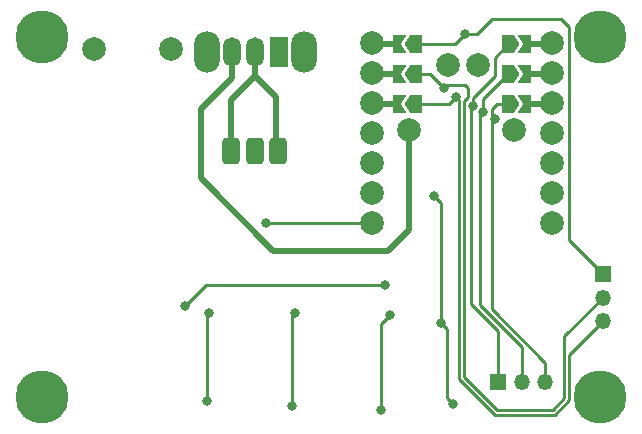
<source format=gbr>
%TF.GenerationSoftware,KiCad,Pcbnew,7.0.2*%
%TF.CreationDate,2024-09-11T13:33:12+02:00*%
%TF.ProjectId,mcu_holder,6d63755f-686f-46c6-9465-722e6b696361,rev?*%
%TF.SameCoordinates,Original*%
%TF.FileFunction,Copper,L2,Bot*%
%TF.FilePolarity,Positive*%
%FSLAX46Y46*%
G04 Gerber Fmt 4.6, Leading zero omitted, Abs format (unit mm)*
G04 Created by KiCad (PCBNEW 7.0.2) date 2024-09-11 13:33:12*
%MOMM*%
%LPD*%
G01*
G04 APERTURE LIST*
G04 Aperture macros list*
%AMRoundRect*
0 Rectangle with rounded corners*
0 $1 Rounding radius*
0 $2 $3 $4 $5 $6 $7 $8 $9 X,Y pos of 4 corners*
0 Add a 4 corners polygon primitive as box body*
4,1,4,$2,$3,$4,$5,$6,$7,$8,$9,$2,$3,0*
0 Add four circle primitives for the rounded corners*
1,1,$1+$1,$2,$3*
1,1,$1+$1,$4,$5*
1,1,$1+$1,$6,$7*
1,1,$1+$1,$8,$9*
0 Add four rect primitives between the rounded corners*
20,1,$1+$1,$2,$3,$4,$5,0*
20,1,$1+$1,$4,$5,$6,$7,0*
20,1,$1+$1,$6,$7,$8,$9,0*
20,1,$1+$1,$8,$9,$2,$3,0*%
%AMFreePoly0*
4,1,6,0.500000,-0.750000,-0.650000,-0.750000,-0.150000,0.000000,-0.650000,0.750000,0.500000,0.750000,0.500000,-0.750000,0.500000,-0.750000,$1*%
%AMFreePoly1*
4,1,6,0.150000,0.000000,0.650000,-0.750000,-0.500000,-0.750000,-0.500000,0.750000,0.650000,0.750000,0.150000,0.000000,0.150000,0.000000,$1*%
%AMFreePoly2*
4,1,6,0.500000,-0.750000,-0.500000,-0.750000,-1.000000,0.000000,-0.500000,0.750000,0.500000,0.750000,0.500000,-0.750000,0.500000,-0.750000,$1*%
%AMFreePoly3*
4,1,6,1.000000,0.000000,0.500000,-0.750000,-0.500000,-0.750000,-0.500000,0.750000,0.500000,0.750000,1.000000,0.000000,1.000000,0.000000,$1*%
G04 Aperture macros list end*
%TA.AperFunction,ComponentPad*%
%ADD10C,4.500000*%
%TD*%
%TA.AperFunction,ComponentPad*%
%ADD11R,1.350000X1.350000*%
%TD*%
%TA.AperFunction,ComponentPad*%
%ADD12O,1.350000X1.350000*%
%TD*%
%TA.AperFunction,ComponentPad*%
%ADD13O,2.200000X3.500000*%
%TD*%
%TA.AperFunction,ComponentPad*%
%ADD14R,1.500000X2.500000*%
%TD*%
%TA.AperFunction,ComponentPad*%
%ADD15O,1.500000X2.500000*%
%TD*%
%TA.AperFunction,ComponentPad*%
%ADD16C,2.000000*%
%TD*%
%TA.AperFunction,ComponentPad*%
%ADD17RoundRect,0.375000X-0.375000X-0.750000X0.375000X-0.750000X0.375000X0.750000X-0.375000X0.750000X0*%
%TD*%
%TA.AperFunction,SMDPad,CuDef*%
%ADD18R,1.524000X0.500000*%
%TD*%
%TA.AperFunction,SMDPad,CuDef*%
%ADD19FreePoly0,180.000000*%
%TD*%
%TA.AperFunction,SMDPad,CuDef*%
%ADD20FreePoly1,180.000000*%
%TD*%
%TA.AperFunction,SMDPad,CuDef*%
%ADD21FreePoly2,180.000000*%
%TD*%
%TA.AperFunction,SMDPad,CuDef*%
%ADD22FreePoly3,180.000000*%
%TD*%
%TA.AperFunction,ViaPad*%
%ADD23C,0.800000*%
%TD*%
%TA.AperFunction,Conductor*%
%ADD24C,0.250000*%
%TD*%
%TA.AperFunction,Conductor*%
%ADD25C,0.500000*%
%TD*%
G04 APERTURE END LIST*
D10*
%TO.P,H4,1*%
%TO.N,N/C*%
X141732000Y-68580000D03*
%TD*%
%TO.P,H3,1*%
%TO.N,N/C*%
X94488000Y-38100000D03*
%TD*%
D11*
%TO.P,J10,1,Pin_1*%
%TO.N,+5V*%
X141986000Y-58166000D03*
D12*
%TO.P,J10,2,Pin_2*%
%TO.N,GND*%
X141986000Y-60166000D03*
%TO.P,J10,3,Pin_3*%
%TO.N,+3V3*%
X141986000Y-62166000D03*
%TD*%
D13*
%TO.P,SW17,*%
%TO.N,*%
X116654000Y-39370000D03*
X108454000Y-39370000D03*
D14*
%TO.P,SW17,1,A*%
%TO.N,unconnected-(SW17-A-Pad1)*%
X114554000Y-39370000D03*
D15*
%TO.P,SW17,2,B*%
%TO.N,BAT+*%
X112554000Y-39370000D03*
%TO.P,SW17,3,C*%
%TO.N,Pogo_BAT+*%
X110554000Y-39370000D03*
%TD*%
D11*
%TO.P,J6,1,Pin_1*%
%TO.N,D0*%
X133128000Y-67310000D03*
D12*
%TO.P,J6,2,Pin_2*%
%TO.N,D1*%
X135128000Y-67310000D03*
%TO.P,J6,3,Pin_3*%
%TO.N,D2*%
X137128000Y-67310000D03*
%TD*%
D16*
%TO.P,SW16,1,1*%
%TO.N,RST*%
X105410000Y-39116000D03*
%TO.P,SW16,2,2*%
%TO.N,GND*%
X98910000Y-39116000D03*
%TD*%
D17*
%TO.P,J7,1,Pin_1*%
%TO.N,BAT+*%
X114522000Y-47752000D03*
%TO.P,J7,2,Pin_2*%
%TO.N,GND*%
X112522000Y-47752000D03*
%TO.P,J7,3,Pin_3*%
%TO.N,BAT+*%
X110522000Y-47752000D03*
%TD*%
D10*
%TO.P,H1,1*%
%TO.N,N/C*%
X94488000Y-68580000D03*
%TD*%
D16*
%TO.P,U1,*%
%TO.N,*%
X122428000Y-38606910D03*
X122428000Y-41142364D03*
X122428000Y-43678377D03*
D18*
X123808000Y-38676910D03*
X123808000Y-41216910D03*
X123808000Y-43756910D03*
D19*
X124733000Y-38676910D03*
X124733000Y-41216910D03*
X124733000Y-43756910D03*
D20*
X135408000Y-38716910D03*
X135408000Y-41256910D03*
X135408000Y-43796910D03*
D18*
X136358000Y-38716910D03*
X136358000Y-41256910D03*
X136358000Y-43796910D03*
D16*
X137668000Y-38609090D03*
X137668000Y-41149090D03*
X137668000Y-43689090D03*
D21*
%TO.P,U1,1,PA02_A0_D0*%
%TO.N,D0*%
X133958000Y-38716910D03*
%TO.P,U1,2,PA4_A1_D1*%
%TO.N,D1*%
X133958000Y-41256910D03*
%TO.P,U1,3,PA10_A2_D2*%
%TO.N,D2*%
X133958000Y-43796910D03*
D16*
%TO.P,U1,4,PA11_A3_D3*%
%TO.N,col3*%
X122428000Y-46226910D03*
%TO.P,U1,5,PA8_A4_D4_SDA*%
%TO.N,col2*%
X122428000Y-48765032D03*
%TO.P,U1,6,PA9_A5_D5_SCL*%
%TO.N,col1*%
X122428000Y-51304474D03*
%TO.P,U1,7,PB08_A6_D6_TX*%
%TO.N,col0*%
X122428000Y-53839229D03*
%TO.P,U1,8,PB09_A7_D7_RX*%
%TO.N,row_2*%
X137668000Y-53849090D03*
%TO.P,U1,9,PA7_A8_D8_SCK*%
%TO.N,row_1*%
X137668000Y-51309090D03*
%TO.P,U1,10,PA5_A9_D9_MISO*%
%TO.N,row_0*%
X137668000Y-48769090D03*
%TO.P,U1,11,PA6_A10_D10_MOSI*%
%TO.N,col4*%
X137668000Y-46229090D03*
D22*
%TO.P,U1,12,3V3*%
%TO.N,+3V3*%
X126183000Y-43756910D03*
%TO.P,U1,13,GND*%
%TO.N,GND*%
X126183000Y-41216910D03*
%TO.P,U1,14,5V*%
%TO.N,+5V*%
X126183000Y-38676910D03*
D16*
%TO.P,U1,15,RESET*%
%TO.N,RST*%
X128856803Y-40462723D03*
X131396803Y-40462723D03*
%TO.P,U1,16,BAT+*%
%TO.N,Pogo_BAT+*%
X125598000Y-45926910D03*
X134498000Y-45926910D03*
%TD*%
D10*
%TO.P,H2,1*%
%TO.N,N/C*%
X141732000Y-38100000D03*
%TD*%
D23*
%TO.N,col2*%
X124000000Y-61625000D03*
X123200000Y-69700000D03*
%TO.N,col3*%
X115950000Y-61500000D03*
X115625000Y-69325000D03*
%TO.N,col4*%
X108625000Y-61500000D03*
X108500000Y-68875000D03*
X106625000Y-60900000D03*
X123550000Y-59100000D03*
%TO.N,col0*%
X113425000Y-53825000D03*
%TO.N,col1*%
X127675000Y-51550000D03*
X129325000Y-69175000D03*
X128300000Y-62325500D03*
%TO.N,D0*%
X131025992Y-43904500D03*
%TO.N,D1*%
X131863500Y-44450011D03*
%TO.N,D2*%
X132842000Y-45052498D03*
%TO.N,GND*%
X128547204Y-42394796D03*
%TO.N,+5V*%
X130302000Y-37846000D03*
%TO.N,+3V3*%
X129540000Y-43180000D03*
%TD*%
D24*
%TO.N,col2*%
X123200000Y-62425000D02*
X124000000Y-61625000D01*
X123200000Y-69700000D02*
X123200000Y-62425000D01*
%TO.N,col3*%
X115625000Y-61825000D02*
X115950000Y-61500000D01*
X115625000Y-69325000D02*
X115625000Y-61825000D01*
%TO.N,col4*%
X108725000Y-61500000D02*
X108625000Y-61600000D01*
X108625000Y-61500000D02*
X108725000Y-61500000D01*
X108625000Y-61600000D02*
X108625000Y-61500000D01*
X108500000Y-61725000D02*
X108625000Y-61600000D01*
X108500000Y-68875000D02*
X108500000Y-61725000D01*
X108425000Y-59100000D02*
X106625000Y-60900000D01*
X123550000Y-59100000D02*
X108425000Y-59100000D01*
%TO.N,col0*%
X113439229Y-53839229D02*
X113425000Y-53825000D01*
X122428000Y-53839229D02*
X113439229Y-53839229D01*
%TO.N,col1*%
X128300000Y-52175000D02*
X127675000Y-51550000D01*
X128300000Y-62325500D02*
X128300000Y-52175000D01*
%TO.N,D0*%
X133128000Y-62950792D02*
X133128000Y-67310000D01*
X130847489Y-44083003D02*
X130847489Y-60670281D01*
X130847489Y-60670281D02*
X133128000Y-62950792D01*
X131025992Y-43904500D02*
X130847489Y-44083003D01*
%TO.N,D1*%
X131572000Y-60758396D02*
X135128000Y-64314396D01*
X131572000Y-44741511D02*
X131572000Y-60758396D01*
X131863500Y-44450011D02*
X131572000Y-44741511D01*
X135128000Y-64314396D02*
X135128000Y-67310000D01*
%TO.N,D2*%
X137128000Y-65678000D02*
X137128000Y-67310000D01*
X132842000Y-45052498D02*
X132588000Y-45306498D01*
X132588000Y-45306498D02*
X132588000Y-61138000D01*
X132588000Y-61138000D02*
X137128000Y-65678000D01*
%TO.N,col1*%
X128775000Y-68625000D02*
X129325000Y-69175000D01*
X128775000Y-62800500D02*
X128775000Y-68625000D01*
X128300000Y-62325500D02*
X128775000Y-62800500D01*
%TO.N,D0*%
X132842000Y-41402000D02*
X132842000Y-39832910D01*
X131025992Y-43218008D02*
X132842000Y-41402000D01*
X131025992Y-43904500D02*
X131025992Y-43218008D01*
X132842000Y-39832910D02*
X133958000Y-38716910D01*
%TO.N,D1*%
X131863500Y-43351410D02*
X133958000Y-41256910D01*
X131863500Y-44450011D02*
X131863500Y-43351410D01*
%TO.N,D2*%
X132588000Y-44196000D02*
X132987090Y-43796910D01*
X132987090Y-43796910D02*
X133958000Y-43796910D01*
X132842000Y-45052498D02*
X132588000Y-44798498D01*
X132588000Y-44798498D02*
X132588000Y-44196000D01*
D25*
%TO.N,BAT+*%
X112554000Y-41434000D02*
X110522000Y-43466000D01*
X112554000Y-39370000D02*
X112554000Y-41434000D01*
X110522000Y-43466000D02*
X110522000Y-47752000D01*
X114300000Y-43180000D02*
X114300000Y-47530000D01*
X114300000Y-47530000D02*
X114522000Y-47752000D01*
X112554000Y-41434000D02*
X114300000Y-43180000D01*
D24*
%TO.N,GND*%
X133028198Y-69654480D02*
X137735802Y-69654480D01*
X128547204Y-42394796D02*
X127369318Y-41216910D01*
X130243520Y-43501094D02*
X130243520Y-66869802D01*
X130556000Y-42418000D02*
X130556000Y-43188614D01*
X127369318Y-41216910D02*
X126183000Y-41216910D01*
X128778000Y-42164000D02*
X130302000Y-42164000D01*
X137735802Y-69654480D02*
X138707969Y-68682313D01*
X138707969Y-63444031D02*
X141986000Y-60166000D01*
X138707969Y-68682313D02*
X138707969Y-63444031D01*
X130302000Y-42164000D02*
X130556000Y-42418000D01*
X130556000Y-43188614D02*
X130243520Y-43501094D01*
X130243520Y-66869802D02*
X133028198Y-69654480D01*
X128547204Y-42394796D02*
X128778000Y-42164000D01*
%TO.N,+5V*%
X132588000Y-36576000D02*
X138430000Y-36576000D01*
X131318000Y-37846000D02*
X132588000Y-36576000D01*
X130302000Y-37846000D02*
X129471090Y-38676910D01*
X129471090Y-38676910D02*
X126183000Y-38676910D01*
X130302000Y-37846000D02*
X131318000Y-37846000D01*
X139100000Y-55280000D02*
X141986000Y-58166000D01*
X139100000Y-37246000D02*
X139100000Y-55280000D01*
X138430000Y-36576000D02*
X139100000Y-37246000D01*
%TO.N,+3V3*%
X129540000Y-43180000D02*
X129794000Y-43434000D01*
X129794000Y-43434000D02*
X129794000Y-67056000D01*
X129794000Y-67056000D02*
X132842000Y-70104000D01*
X128963090Y-43756910D02*
X126183000Y-43756910D01*
X132842000Y-70104000D02*
X137922000Y-70104000D01*
X139157489Y-64994511D02*
X141986000Y-62166000D01*
X129540000Y-43180000D02*
X128963090Y-43756910D01*
X139157489Y-68868511D02*
X139157489Y-64994511D01*
X137922000Y-70104000D02*
X139157489Y-68868511D01*
D25*
%TO.N,Pogo_BAT+*%
X110554000Y-41546000D02*
X110554000Y-39370000D01*
X125598000Y-54402000D02*
X123800000Y-56200000D01*
X114100000Y-56200000D02*
X107950000Y-50050000D01*
X125598000Y-45926910D02*
X125598000Y-54402000D01*
X123800000Y-56200000D02*
X114100000Y-56200000D01*
X107950000Y-44150000D02*
X110554000Y-41546000D01*
X107950000Y-50050000D02*
X107950000Y-44150000D01*
%TD*%
M02*

</source>
